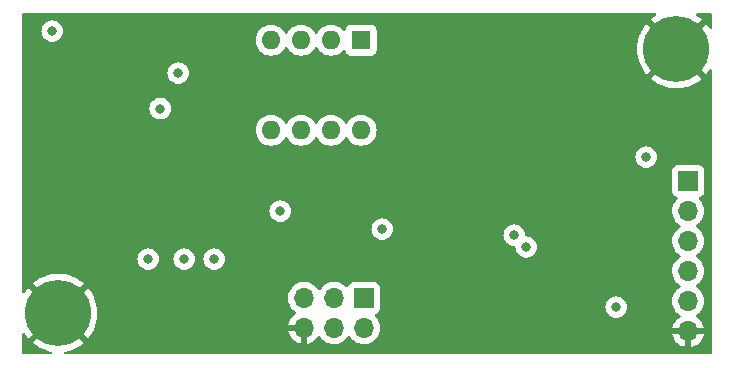
<source format=gbr>
%TF.GenerationSoftware,KiCad,Pcbnew,(6.0.1)*%
%TF.CreationDate,2022-03-15T19:28:32-04:00*%
%TF.ProjectId,WiFi-Board,57694669-2d42-46f6-9172-642e6b696361,rev?*%
%TF.SameCoordinates,Original*%
%TF.FileFunction,Copper,L3,Inr*%
%TF.FilePolarity,Positive*%
%FSLAX46Y46*%
G04 Gerber Fmt 4.6, Leading zero omitted, Abs format (unit mm)*
G04 Created by KiCad (PCBNEW (6.0.1)) date 2022-03-15 19:28:32*
%MOMM*%
%LPD*%
G01*
G04 APERTURE LIST*
%TA.AperFunction,ComponentPad*%
%ADD10R,1.700000X1.700000*%
%TD*%
%TA.AperFunction,ComponentPad*%
%ADD11O,1.700000X1.700000*%
%TD*%
%TA.AperFunction,ComponentPad*%
%ADD12C,5.600000*%
%TD*%
%TA.AperFunction,ComponentPad*%
%ADD13R,1.600000X1.600000*%
%TD*%
%TA.AperFunction,ComponentPad*%
%ADD14O,1.600000X1.600000*%
%TD*%
%TA.AperFunction,ViaPad*%
%ADD15C,0.800000*%
%TD*%
G04 APERTURE END LIST*
D10*
%TO.N,Net-(J1-Pad1)*%
%TO.C,J1*%
X130033000Y-124709000D03*
D11*
%TO.N,+3V3*%
X130033000Y-127249000D03*
%TO.N,unconnected-(J1-Pad3)*%
X127493000Y-124709000D03*
%TO.N,unconnected-(J1-Pad4)*%
X127493000Y-127249000D03*
%TO.N,unconnected-(J1-Pad5)*%
X124953000Y-124709000D03*
%TO.N,GND*%
X124953000Y-127249000D03*
%TD*%
D12*
%TO.N,GND*%
%TO.C,REF\u002A\u002A*%
X104140000Y-125984000D03*
%TD*%
%TO.N,GND*%
%TO.C,REF\u002A\u002A*%
X156464000Y-103632000D03*
%TD*%
D13*
%TO.N,/SW1*%
%TO.C,SW1*%
X129784000Y-102880000D03*
D14*
%TO.N,/SW2*%
X127244000Y-102880000D03*
%TO.N,/SW3*%
X124704000Y-102880000D03*
%TO.N,/SW4*%
X122164000Y-102880000D03*
%TO.N,Net-(R4-Pad2)*%
X122164000Y-110500000D03*
X124704000Y-110500000D03*
X127244000Y-110500000D03*
X129784000Y-110500000D03*
%TD*%
D10*
%TO.N,+3V3*%
%TO.C,J2*%
X157480000Y-114808000D03*
D11*
%TO.N,/MISO*%
X157480000Y-117348000D03*
%TO.N,/MOSI*%
X157480000Y-119888000D03*
%TO.N,/SCK*%
X157480000Y-122428000D03*
%TO.N,/~{SS}*%
X157480000Y-124968000D03*
%TO.N,GND*%
X157480000Y-127508000D03*
%TD*%
D15*
%TO.N,+3V3*%
X151384000Y-125476000D03*
X111760000Y-121412000D03*
X122936000Y-117348000D03*
X131572000Y-118872000D03*
X117348000Y-121412000D03*
X103632000Y-102108000D03*
X114808000Y-121412000D03*
%TO.N,GND*%
X115824000Y-116332000D03*
X102108000Y-102108000D03*
X132080000Y-117348000D03*
%TO.N,/MISO*%
X153924000Y-112776000D03*
%TO.N,/CTS*%
X142748000Y-119380000D03*
%TO.N,/RTS*%
X143764000Y-120396000D03*
%TO.N,/UART2*%
X114300000Y-105664000D03*
%TO.N,/UART1*%
X112776000Y-108677313D03*
%TD*%
%TA.AperFunction,Conductor*%
%TO.N,GND*%
G36*
X154727504Y-100604002D02*
G01*
X154773997Y-100657658D01*
X154784101Y-100727932D01*
X154754607Y-100792512D01*
X154724089Y-100818116D01*
X154614401Y-100883763D01*
X154608755Y-100887571D01*
X154328408Y-101099596D01*
X154323211Y-101103987D01*
X154321972Y-101105155D01*
X154313950Y-101118862D01*
X154313986Y-101119704D01*
X154319037Y-101127826D01*
X156451190Y-103259980D01*
X156465131Y-103267592D01*
X156466966Y-103267461D01*
X156473580Y-103263210D01*
X158606798Y-101129991D01*
X158614412Y-101116047D01*
X158614344Y-101115089D01*
X158609836Y-101108272D01*
X158608418Y-101107065D01*
X158328813Y-100894064D01*
X158323187Y-100890240D01*
X158203251Y-100817890D01*
X158155253Y-100765576D01*
X158143158Y-100695617D01*
X158170805Y-100630225D01*
X158229417Y-100590161D01*
X158268334Y-100584000D01*
X159366000Y-100584000D01*
X159434121Y-100604002D01*
X159480614Y-100657658D01*
X159492000Y-100710000D01*
X159492000Y-101793061D01*
X159471998Y-101861182D01*
X159418342Y-101907675D01*
X159348068Y-101917779D01*
X159283488Y-101888285D01*
X159261664Y-101863702D01*
X159104697Y-101631863D01*
X159100590Y-101626453D01*
X158987565Y-101493179D01*
X158974740Y-101484743D01*
X158964416Y-101490795D01*
X156836020Y-103619190D01*
X156828408Y-103633131D01*
X156828539Y-103634966D01*
X156832790Y-103641580D01*
X158963009Y-105771798D01*
X158976605Y-105779223D01*
X158986218Y-105772522D01*
X159086518Y-105655912D01*
X159090676Y-105650514D01*
X159262160Y-105401002D01*
X159317228Y-105356191D01*
X159387781Y-105348266D01*
X159451419Y-105379742D01*
X159487936Y-105440627D01*
X159492000Y-105472369D01*
X159492000Y-129366000D01*
X159471998Y-129434121D01*
X159418342Y-129480614D01*
X159366000Y-129492000D01*
X104746571Y-129492000D01*
X104678450Y-129471998D01*
X104631957Y-129418342D01*
X104621853Y-129348068D01*
X104651347Y-129283488D01*
X104711073Y-129245104D01*
X104720159Y-129242799D01*
X105005274Y-129181676D01*
X105011822Y-129179897D01*
X105345549Y-129069527D01*
X105351891Y-129067041D01*
X105671718Y-128921288D01*
X105677777Y-128918121D01*
X105979995Y-128738676D01*
X105985659Y-128734884D01*
X106266732Y-128523849D01*
X106271958Y-128519464D01*
X106281613Y-128510428D01*
X106289682Y-128496750D01*
X106289654Y-128496024D01*
X106284512Y-128487723D01*
X104152810Y-126356020D01*
X104138869Y-126348408D01*
X104137034Y-126348539D01*
X104130420Y-126352790D01*
X101996774Y-128486437D01*
X101989160Y-128500381D01*
X101989237Y-128501470D01*
X101991698Y-128505206D01*
X102265632Y-128715404D01*
X102271262Y-128719259D01*
X102571591Y-128901862D01*
X102577593Y-128905080D01*
X102895897Y-129054184D01*
X102902202Y-129056732D01*
X103234743Y-129170587D01*
X103241313Y-129172446D01*
X103554758Y-129243083D01*
X103616815Y-129277571D01*
X103650375Y-129340136D01*
X103644782Y-129410912D01*
X103601813Y-129467428D01*
X103535109Y-129491742D01*
X103527058Y-129492000D01*
X101218000Y-129492000D01*
X101149879Y-129471998D01*
X101103386Y-129418342D01*
X101092000Y-129366000D01*
X101092000Y-127792561D01*
X101112002Y-127724440D01*
X101165658Y-127677947D01*
X101235932Y-127667843D01*
X101300512Y-127697337D01*
X101322581Y-127722285D01*
X101492320Y-127974883D01*
X101496433Y-127980340D01*
X101616425Y-128122836D01*
X101629164Y-128131279D01*
X101639608Y-128125181D01*
X103767980Y-125996810D01*
X103774357Y-125985131D01*
X104504408Y-125985131D01*
X104504539Y-125986966D01*
X104508790Y-125993580D01*
X106639009Y-128123798D01*
X106652605Y-128131223D01*
X106662218Y-128124522D01*
X106762518Y-128007912D01*
X106766676Y-128002514D01*
X106965762Y-127712840D01*
X106969310Y-127707029D01*
X107071648Y-127516966D01*
X123621257Y-127516966D01*
X123651565Y-127651446D01*
X123654645Y-127661275D01*
X123734770Y-127858603D01*
X123739413Y-127867794D01*
X123850694Y-128049388D01*
X123856777Y-128057699D01*
X123996213Y-128218667D01*
X124003580Y-128225883D01*
X124167434Y-128361916D01*
X124175881Y-128367831D01*
X124359756Y-128475279D01*
X124369042Y-128479729D01*
X124568001Y-128555703D01*
X124577899Y-128558579D01*
X124681250Y-128579606D01*
X124695299Y-128578410D01*
X124699000Y-128568065D01*
X124699000Y-127521115D01*
X124694525Y-127505876D01*
X124693135Y-127504671D01*
X124685452Y-127503000D01*
X123636225Y-127503000D01*
X123622694Y-127506973D01*
X123621257Y-127516966D01*
X107071648Y-127516966D01*
X107135942Y-127397559D01*
X107138849Y-127391381D01*
X107271090Y-127065713D01*
X107273304Y-127059283D01*
X107369598Y-126721237D01*
X107371105Y-126714607D01*
X107430332Y-126368118D01*
X107431112Y-126361378D01*
X107452668Y-126008925D01*
X107452784Y-126005323D01*
X107452853Y-125985819D01*
X107452761Y-125982194D01*
X107433666Y-125629615D01*
X107432931Y-125622849D01*
X107376130Y-125275985D01*
X107374663Y-125269313D01*
X107280736Y-124930627D01*
X107278562Y-124924163D01*
X107179685Y-124675695D01*
X123590251Y-124675695D01*
X123590548Y-124680848D01*
X123590548Y-124680851D01*
X123591004Y-124688763D01*
X123603110Y-124898715D01*
X123604247Y-124903761D01*
X123604248Y-124903767D01*
X123628304Y-125010508D01*
X123652222Y-125116639D01*
X123736266Y-125323616D01*
X123773685Y-125384678D01*
X123850291Y-125509688D01*
X123852987Y-125514088D01*
X123999250Y-125682938D01*
X124171126Y-125825632D01*
X124221618Y-125855137D01*
X124244955Y-125868774D01*
X124293679Y-125920412D01*
X124306750Y-125990195D01*
X124280019Y-126055967D01*
X124239562Y-126089327D01*
X124231457Y-126093546D01*
X124222738Y-126099036D01*
X124052433Y-126226905D01*
X124044726Y-126233748D01*
X123897590Y-126387717D01*
X123891104Y-126395727D01*
X123771098Y-126571649D01*
X123766000Y-126580623D01*
X123676338Y-126773783D01*
X123672775Y-126783470D01*
X123617389Y-126983183D01*
X123618912Y-126991607D01*
X123631292Y-126995000D01*
X125081000Y-126995000D01*
X125149121Y-127015002D01*
X125195614Y-127068658D01*
X125207000Y-127121000D01*
X125207000Y-128567517D01*
X125211064Y-128581359D01*
X125224478Y-128583393D01*
X125231184Y-128582534D01*
X125241262Y-128580392D01*
X125445255Y-128519191D01*
X125454842Y-128515433D01*
X125646095Y-128421739D01*
X125654945Y-128416464D01*
X125828328Y-128292792D01*
X125836200Y-128286139D01*
X125987052Y-128135812D01*
X125993730Y-128127965D01*
X126121022Y-127950819D01*
X126122279Y-127951722D01*
X126169373Y-127908362D01*
X126239311Y-127896145D01*
X126304751Y-127923678D01*
X126332579Y-127955511D01*
X126392987Y-128054088D01*
X126539250Y-128222938D01*
X126711126Y-128365632D01*
X126904000Y-128478338D01*
X126908825Y-128480180D01*
X126908826Y-128480181D01*
X126974360Y-128505206D01*
X127112692Y-128558030D01*
X127117760Y-128559061D01*
X127117763Y-128559062D01*
X127212862Y-128578410D01*
X127331597Y-128602567D01*
X127336772Y-128602757D01*
X127336774Y-128602757D01*
X127549673Y-128610564D01*
X127549677Y-128610564D01*
X127554837Y-128610753D01*
X127559957Y-128610097D01*
X127559959Y-128610097D01*
X127771288Y-128583025D01*
X127771289Y-128583025D01*
X127776416Y-128582368D01*
X127781366Y-128580883D01*
X127985429Y-128519661D01*
X127985434Y-128519659D01*
X127990384Y-128518174D01*
X128190994Y-128419896D01*
X128372860Y-128290173D01*
X128531096Y-128132489D01*
X128538033Y-128122836D01*
X128661453Y-127951077D01*
X128662776Y-127952028D01*
X128709645Y-127908857D01*
X128779580Y-127896625D01*
X128845026Y-127924144D01*
X128872875Y-127955994D01*
X128932987Y-128054088D01*
X129079250Y-128222938D01*
X129251126Y-128365632D01*
X129444000Y-128478338D01*
X129448825Y-128480180D01*
X129448826Y-128480181D01*
X129514360Y-128505206D01*
X129652692Y-128558030D01*
X129657760Y-128559061D01*
X129657763Y-128559062D01*
X129752862Y-128578410D01*
X129871597Y-128602567D01*
X129876772Y-128602757D01*
X129876774Y-128602757D01*
X130089673Y-128610564D01*
X130089677Y-128610564D01*
X130094837Y-128610753D01*
X130099957Y-128610097D01*
X130099959Y-128610097D01*
X130311288Y-128583025D01*
X130311289Y-128583025D01*
X130316416Y-128582368D01*
X130321366Y-128580883D01*
X130525429Y-128519661D01*
X130525434Y-128519659D01*
X130530384Y-128518174D01*
X130730994Y-128419896D01*
X130912860Y-128290173D01*
X131071096Y-128132489D01*
X131078033Y-128122836D01*
X131198435Y-127955277D01*
X131201453Y-127951077D01*
X131214995Y-127923678D01*
X131287998Y-127775966D01*
X156148257Y-127775966D01*
X156178565Y-127910446D01*
X156181645Y-127920275D01*
X156261770Y-128117603D01*
X156266413Y-128126794D01*
X156377694Y-128308388D01*
X156383777Y-128316699D01*
X156523213Y-128477667D01*
X156530580Y-128484883D01*
X156694434Y-128620916D01*
X156702881Y-128626831D01*
X156886756Y-128734279D01*
X156896042Y-128738729D01*
X157095001Y-128814703D01*
X157104899Y-128817579D01*
X157208250Y-128838606D01*
X157222299Y-128837410D01*
X157226000Y-128827065D01*
X157226000Y-128826517D01*
X157734000Y-128826517D01*
X157738064Y-128840359D01*
X157751478Y-128842393D01*
X157758184Y-128841534D01*
X157768262Y-128839392D01*
X157972255Y-128778191D01*
X157981842Y-128774433D01*
X158173095Y-128680739D01*
X158181945Y-128675464D01*
X158355328Y-128551792D01*
X158363200Y-128545139D01*
X158514052Y-128394812D01*
X158520730Y-128386965D01*
X158645003Y-128214020D01*
X158650313Y-128205183D01*
X158744670Y-128014267D01*
X158748469Y-128004672D01*
X158810377Y-127800910D01*
X158812555Y-127790837D01*
X158813986Y-127779962D01*
X158811775Y-127765778D01*
X158798617Y-127762000D01*
X157752115Y-127762000D01*
X157736876Y-127766475D01*
X157735671Y-127767865D01*
X157734000Y-127775548D01*
X157734000Y-128826517D01*
X157226000Y-128826517D01*
X157226000Y-127780115D01*
X157221525Y-127764876D01*
X157220135Y-127763671D01*
X157212452Y-127762000D01*
X156163225Y-127762000D01*
X156149694Y-127765973D01*
X156148257Y-127775966D01*
X131287998Y-127775966D01*
X131298136Y-127755453D01*
X131298137Y-127755451D01*
X131300430Y-127750811D01*
X131365370Y-127537069D01*
X131394529Y-127315590D01*
X131396156Y-127249000D01*
X131377852Y-127026361D01*
X131323431Y-126809702D01*
X131234354Y-126604840D01*
X131176389Y-126515240D01*
X131115822Y-126421617D01*
X131115820Y-126421614D01*
X131113014Y-126417277D01*
X131093405Y-126395727D01*
X130965798Y-126255488D01*
X130934746Y-126191642D01*
X130943141Y-126121143D01*
X130988317Y-126066375D01*
X131014761Y-126052706D01*
X131121297Y-126012767D01*
X131129705Y-126009615D01*
X131246261Y-125922261D01*
X131333615Y-125805705D01*
X131384745Y-125669316D01*
X131391500Y-125607134D01*
X131391500Y-125476000D01*
X150470496Y-125476000D01*
X150471186Y-125482565D01*
X150489440Y-125656238D01*
X150490458Y-125665928D01*
X150549473Y-125847556D01*
X150552776Y-125853278D01*
X150552777Y-125853279D01*
X150582359Y-125904516D01*
X150644960Y-126012944D01*
X150649378Y-126017851D01*
X150649379Y-126017852D01*
X150768325Y-126149955D01*
X150772747Y-126154866D01*
X150871384Y-126226530D01*
X150911767Y-126255870D01*
X150927248Y-126267118D01*
X150933276Y-126269802D01*
X150933278Y-126269803D01*
X151004175Y-126301368D01*
X151101712Y-126344794D01*
X151195113Y-126364647D01*
X151282056Y-126383128D01*
X151282061Y-126383128D01*
X151288513Y-126384500D01*
X151479487Y-126384500D01*
X151485939Y-126383128D01*
X151485944Y-126383128D01*
X151572887Y-126364647D01*
X151666288Y-126344794D01*
X151763825Y-126301368D01*
X151834722Y-126269803D01*
X151834724Y-126269802D01*
X151840752Y-126267118D01*
X151856234Y-126255870D01*
X151896616Y-126226530D01*
X151995253Y-126154866D01*
X151999675Y-126149955D01*
X152118621Y-126017852D01*
X152118622Y-126017851D01*
X152123040Y-126012944D01*
X152185641Y-125904516D01*
X152215223Y-125853279D01*
X152215224Y-125853278D01*
X152218527Y-125847556D01*
X152277542Y-125665928D01*
X152278561Y-125656238D01*
X152296814Y-125482565D01*
X152297504Y-125476000D01*
X152277542Y-125286072D01*
X152218527Y-125104444D01*
X152123040Y-124939056D01*
X152119113Y-124934695D01*
X156117251Y-124934695D01*
X156117548Y-124939848D01*
X156117548Y-124939851D01*
X156123011Y-125034590D01*
X156130110Y-125157715D01*
X156131247Y-125162761D01*
X156131248Y-125162767D01*
X156138891Y-125196680D01*
X156179222Y-125375639D01*
X156263266Y-125582616D01*
X156265965Y-125587020D01*
X156365945Y-125750173D01*
X156379987Y-125773088D01*
X156526250Y-125941938D01*
X156698126Y-126084632D01*
X156747696Y-126113598D01*
X156771955Y-126127774D01*
X156820679Y-126179412D01*
X156833750Y-126249195D01*
X156807019Y-126314967D01*
X156766562Y-126348327D01*
X156758457Y-126352546D01*
X156749738Y-126358036D01*
X156579433Y-126485905D01*
X156571726Y-126492748D01*
X156424590Y-126646717D01*
X156418104Y-126654727D01*
X156298098Y-126830649D01*
X156293000Y-126839623D01*
X156203338Y-127032783D01*
X156199775Y-127042470D01*
X156144389Y-127242183D01*
X156145912Y-127250607D01*
X156158292Y-127254000D01*
X158798344Y-127254000D01*
X158811875Y-127250027D01*
X158813180Y-127240947D01*
X158771214Y-127073875D01*
X158767894Y-127064124D01*
X158682972Y-126868814D01*
X158678105Y-126859739D01*
X158562426Y-126680926D01*
X158556136Y-126672757D01*
X158412806Y-126515240D01*
X158405273Y-126508215D01*
X158238139Y-126376222D01*
X158229556Y-126370520D01*
X158192602Y-126350120D01*
X158142631Y-126299687D01*
X158127859Y-126230245D01*
X158152975Y-126163839D01*
X158180327Y-126137232D01*
X158234470Y-126098612D01*
X158359860Y-126009173D01*
X158363724Y-126005323D01*
X158464883Y-125904516D01*
X158518096Y-125851489D01*
X158577594Y-125768689D01*
X158645435Y-125674277D01*
X158648453Y-125670077D01*
X158662172Y-125642320D01*
X158745136Y-125474453D01*
X158745137Y-125474451D01*
X158747430Y-125469811D01*
X158812370Y-125256069D01*
X158841529Y-125034590D01*
X158843156Y-124968000D01*
X158824852Y-124745361D01*
X158770431Y-124528702D01*
X158681354Y-124323840D01*
X158605033Y-124205866D01*
X158562822Y-124140617D01*
X158562820Y-124140614D01*
X158560014Y-124136277D01*
X158409670Y-123971051D01*
X158405619Y-123967852D01*
X158405615Y-123967848D01*
X158238414Y-123835800D01*
X158238410Y-123835798D01*
X158234359Y-123832598D01*
X158193053Y-123809796D01*
X158143084Y-123759364D01*
X158128312Y-123689921D01*
X158153428Y-123623516D01*
X158180780Y-123596909D01*
X158242173Y-123553118D01*
X158359860Y-123469173D01*
X158365140Y-123463912D01*
X158476640Y-123352800D01*
X158518096Y-123311489D01*
X158577594Y-123228689D01*
X158645435Y-123134277D01*
X158648453Y-123130077D01*
X158682751Y-123060681D01*
X158745136Y-122934453D01*
X158745137Y-122934451D01*
X158747430Y-122929811D01*
X158812370Y-122716069D01*
X158841529Y-122494590D01*
X158843156Y-122428000D01*
X158824852Y-122205361D01*
X158770431Y-121988702D01*
X158681354Y-121783840D01*
X158641906Y-121722862D01*
X158562822Y-121600617D01*
X158562820Y-121600614D01*
X158560014Y-121596277D01*
X158409670Y-121431051D01*
X158405619Y-121427852D01*
X158405615Y-121427848D01*
X158238414Y-121295800D01*
X158238410Y-121295798D01*
X158234359Y-121292598D01*
X158193053Y-121269796D01*
X158143084Y-121219364D01*
X158128312Y-121149921D01*
X158153428Y-121083516D01*
X158180780Y-121056909D01*
X158224603Y-121025650D01*
X158359860Y-120929173D01*
X158408429Y-120880774D01*
X158514435Y-120775137D01*
X158518096Y-120771489D01*
X158577594Y-120688689D01*
X158645435Y-120594277D01*
X158648453Y-120590077D01*
X158741738Y-120401329D01*
X158745136Y-120394453D01*
X158745137Y-120394451D01*
X158747430Y-120389811D01*
X158812370Y-120176069D01*
X158841529Y-119954590D01*
X158843156Y-119888000D01*
X158824852Y-119665361D01*
X158770431Y-119448702D01*
X158681354Y-119243840D01*
X158641906Y-119182862D01*
X158562822Y-119060617D01*
X158562820Y-119060614D01*
X158560014Y-119056277D01*
X158409670Y-118891051D01*
X158405619Y-118887852D01*
X158405615Y-118887848D01*
X158238414Y-118755800D01*
X158238410Y-118755798D01*
X158234359Y-118752598D01*
X158193053Y-118729796D01*
X158143084Y-118679364D01*
X158128312Y-118609921D01*
X158153428Y-118543516D01*
X158180780Y-118516909D01*
X158244441Y-118471500D01*
X158359860Y-118389173D01*
X158408429Y-118340774D01*
X158514435Y-118235137D01*
X158518096Y-118231489D01*
X158527670Y-118218166D01*
X158645435Y-118054277D01*
X158648453Y-118050077D01*
X158658006Y-118030749D01*
X158745136Y-117854453D01*
X158745137Y-117854451D01*
X158747430Y-117849811D01*
X158812370Y-117636069D01*
X158841529Y-117414590D01*
X158843156Y-117348000D01*
X158824852Y-117125361D01*
X158770431Y-116908702D01*
X158681354Y-116703840D01*
X158641906Y-116642862D01*
X158562822Y-116520617D01*
X158562820Y-116520614D01*
X158560014Y-116516277D01*
X158556532Y-116512450D01*
X158412798Y-116354488D01*
X158381746Y-116290642D01*
X158390141Y-116220143D01*
X158435317Y-116165375D01*
X158461761Y-116151706D01*
X158568297Y-116111767D01*
X158576705Y-116108615D01*
X158693261Y-116021261D01*
X158780615Y-115904705D01*
X158831745Y-115768316D01*
X158838500Y-115706134D01*
X158838500Y-113909866D01*
X158831745Y-113847684D01*
X158780615Y-113711295D01*
X158693261Y-113594739D01*
X158576705Y-113507385D01*
X158440316Y-113456255D01*
X158384440Y-113450185D01*
X158381531Y-113449869D01*
X158378134Y-113449500D01*
X156581866Y-113449500D01*
X156578469Y-113449869D01*
X156575560Y-113450185D01*
X156519684Y-113456255D01*
X156383295Y-113507385D01*
X156266739Y-113594739D01*
X156179385Y-113711295D01*
X156128255Y-113847684D01*
X156121500Y-113909866D01*
X156121500Y-115706134D01*
X156128255Y-115768316D01*
X156179385Y-115904705D01*
X156266739Y-116021261D01*
X156383295Y-116108615D01*
X156391704Y-116111767D01*
X156391705Y-116111768D01*
X156500451Y-116152535D01*
X156557216Y-116195176D01*
X156581916Y-116261738D01*
X156566709Y-116331087D01*
X156547316Y-116357568D01*
X156420629Y-116490138D01*
X156294743Y-116674680D01*
X156200688Y-116877305D01*
X156140989Y-117092570D01*
X156117251Y-117314695D01*
X156117548Y-117319848D01*
X156117548Y-117319851D01*
X156123011Y-117414590D01*
X156130110Y-117537715D01*
X156131247Y-117542761D01*
X156131248Y-117542767D01*
X156151119Y-117630939D01*
X156179222Y-117755639D01*
X156263266Y-117962616D01*
X156265965Y-117967020D01*
X156373072Y-118141803D01*
X156379987Y-118153088D01*
X156526250Y-118321938D01*
X156698126Y-118464632D01*
X156759411Y-118500444D01*
X156771445Y-118507476D01*
X156820169Y-118559114D01*
X156833240Y-118628897D01*
X156806509Y-118694669D01*
X156766055Y-118728027D01*
X156753607Y-118734507D01*
X156749474Y-118737610D01*
X156749471Y-118737612D01*
X156609033Y-118843056D01*
X156574965Y-118868635D01*
X156420629Y-119030138D01*
X156294743Y-119214680D01*
X156279003Y-119248590D01*
X156221052Y-119373435D01*
X156200688Y-119417305D01*
X156140989Y-119632570D01*
X156117251Y-119854695D01*
X156117548Y-119859848D01*
X156117548Y-119859851D01*
X156123011Y-119954590D01*
X156130110Y-120077715D01*
X156131247Y-120082761D01*
X156131248Y-120082767D01*
X156151765Y-120173803D01*
X156179222Y-120295639D01*
X156263266Y-120502616D01*
X156265965Y-120507020D01*
X156338118Y-120624763D01*
X156379987Y-120693088D01*
X156526250Y-120861938D01*
X156698126Y-121004632D01*
X156759411Y-121040444D01*
X156771445Y-121047476D01*
X156820169Y-121099114D01*
X156833240Y-121168897D01*
X156806509Y-121234669D01*
X156766055Y-121268027D01*
X156753607Y-121274507D01*
X156749474Y-121277610D01*
X156749471Y-121277612D01*
X156725247Y-121295800D01*
X156574965Y-121408635D01*
X156420629Y-121570138D01*
X156294743Y-121754680D01*
X156200688Y-121957305D01*
X156140989Y-122172570D01*
X156117251Y-122394695D01*
X156117548Y-122399848D01*
X156117548Y-122399851D01*
X156123011Y-122494590D01*
X156130110Y-122617715D01*
X156131247Y-122622761D01*
X156131248Y-122622767D01*
X156153392Y-122721023D01*
X156179222Y-122835639D01*
X156263266Y-123042616D01*
X156379987Y-123233088D01*
X156526250Y-123401938D01*
X156698126Y-123544632D01*
X156747696Y-123573598D01*
X156771445Y-123587476D01*
X156820169Y-123639114D01*
X156833240Y-123708897D01*
X156806509Y-123774669D01*
X156766055Y-123808027D01*
X156753607Y-123814507D01*
X156749474Y-123817610D01*
X156749471Y-123817612D01*
X156579100Y-123945530D01*
X156574965Y-123948635D01*
X156571393Y-123952373D01*
X156466830Y-124061792D01*
X156420629Y-124110138D01*
X156294743Y-124294680D01*
X156279003Y-124328590D01*
X156218605Y-124458707D01*
X156200688Y-124497305D01*
X156140989Y-124712570D01*
X156117251Y-124934695D01*
X152119113Y-124934695D01*
X151995253Y-124797134D01*
X151840752Y-124684882D01*
X151834724Y-124682198D01*
X151834722Y-124682197D01*
X151672319Y-124609891D01*
X151672318Y-124609891D01*
X151666288Y-124607206D01*
X151572888Y-124587353D01*
X151485944Y-124568872D01*
X151485939Y-124568872D01*
X151479487Y-124567500D01*
X151288513Y-124567500D01*
X151282061Y-124568872D01*
X151282056Y-124568872D01*
X151195112Y-124587353D01*
X151101712Y-124607206D01*
X151095682Y-124609891D01*
X151095681Y-124609891D01*
X150933278Y-124682197D01*
X150933276Y-124682198D01*
X150927248Y-124684882D01*
X150772747Y-124797134D01*
X150644960Y-124939056D01*
X150549473Y-125104444D01*
X150490458Y-125286072D01*
X150470496Y-125476000D01*
X131391500Y-125476000D01*
X131391500Y-123810866D01*
X131384745Y-123748684D01*
X131333615Y-123612295D01*
X131246261Y-123495739D01*
X131129705Y-123408385D01*
X130993316Y-123357255D01*
X130931134Y-123350500D01*
X129134866Y-123350500D01*
X129072684Y-123357255D01*
X128936295Y-123408385D01*
X128819739Y-123495739D01*
X128732385Y-123612295D01*
X128729233Y-123620703D01*
X128687919Y-123730907D01*
X128645277Y-123787671D01*
X128578716Y-123812371D01*
X128509367Y-123797163D01*
X128476743Y-123771476D01*
X128426151Y-123715875D01*
X128426142Y-123715866D01*
X128422670Y-123712051D01*
X128418619Y-123708852D01*
X128418615Y-123708848D01*
X128251414Y-123576800D01*
X128251410Y-123576798D01*
X128247359Y-123573598D01*
X128051789Y-123465638D01*
X128046920Y-123463914D01*
X128046916Y-123463912D01*
X127846087Y-123392795D01*
X127846083Y-123392794D01*
X127841212Y-123391069D01*
X127836119Y-123390162D01*
X127836116Y-123390161D01*
X127626373Y-123352800D01*
X127626367Y-123352799D01*
X127621284Y-123351894D01*
X127547452Y-123350992D01*
X127403081Y-123349228D01*
X127403079Y-123349228D01*
X127397911Y-123349165D01*
X127177091Y-123382955D01*
X126964756Y-123452357D01*
X126936456Y-123467089D01*
X126787498Y-123544632D01*
X126766607Y-123555507D01*
X126762474Y-123558610D01*
X126762471Y-123558612D01*
X126592100Y-123686530D01*
X126587965Y-123689635D01*
X126554515Y-123724638D01*
X126439324Y-123845179D01*
X126433629Y-123851138D01*
X126326201Y-124008621D01*
X126271293Y-124053621D01*
X126200768Y-124061792D01*
X126137021Y-124030538D01*
X126116324Y-124006054D01*
X126035822Y-123881617D01*
X126035820Y-123881614D01*
X126033014Y-123877277D01*
X125882670Y-123712051D01*
X125878619Y-123708852D01*
X125878615Y-123708848D01*
X125711414Y-123576800D01*
X125711410Y-123576798D01*
X125707359Y-123573598D01*
X125511789Y-123465638D01*
X125506920Y-123463914D01*
X125506916Y-123463912D01*
X125306087Y-123392795D01*
X125306083Y-123392794D01*
X125301212Y-123391069D01*
X125296119Y-123390162D01*
X125296116Y-123390161D01*
X125086373Y-123352800D01*
X125086367Y-123352799D01*
X125081284Y-123351894D01*
X125007452Y-123350992D01*
X124863081Y-123349228D01*
X124863079Y-123349228D01*
X124857911Y-123349165D01*
X124637091Y-123382955D01*
X124424756Y-123452357D01*
X124396456Y-123467089D01*
X124247498Y-123544632D01*
X124226607Y-123555507D01*
X124222474Y-123558610D01*
X124222471Y-123558612D01*
X124052100Y-123686530D01*
X124047965Y-123689635D01*
X124014515Y-123724638D01*
X123899324Y-123845179D01*
X123893629Y-123851138D01*
X123767743Y-124035680D01*
X123722821Y-124132457D01*
X123688746Y-124205866D01*
X123673688Y-124238305D01*
X123613989Y-124453570D01*
X123590251Y-124675695D01*
X107179685Y-124675695D01*
X107148598Y-124597578D01*
X107145742Y-124591398D01*
X106981269Y-124280763D01*
X106977769Y-124274937D01*
X106780697Y-123983862D01*
X106776590Y-123978453D01*
X106663565Y-123845179D01*
X106650740Y-123836743D01*
X106640416Y-123842795D01*
X104512020Y-125971190D01*
X104504408Y-125985131D01*
X103774357Y-125985131D01*
X103775592Y-125982869D01*
X103775461Y-125981034D01*
X103771210Y-125974420D01*
X101640992Y-123844203D01*
X101627455Y-123836811D01*
X101617753Y-123843599D01*
X101510430Y-123969257D01*
X101506296Y-123974664D01*
X101322089Y-124244703D01*
X101267177Y-124289706D01*
X101196653Y-124297877D01*
X101132905Y-124266623D01*
X101096175Y-124205866D01*
X101092000Y-124173699D01*
X101092000Y-123470862D01*
X101989950Y-123470862D01*
X101989986Y-123471704D01*
X101995037Y-123479826D01*
X104127190Y-125611980D01*
X104141131Y-125619592D01*
X104142966Y-125619461D01*
X104149580Y-125615210D01*
X106282798Y-123481991D01*
X106290412Y-123468047D01*
X106290344Y-123467089D01*
X106285836Y-123460272D01*
X106284418Y-123459065D01*
X106004813Y-123246064D01*
X105999187Y-123242240D01*
X105698214Y-123060681D01*
X105692202Y-123057484D01*
X105373370Y-122909487D01*
X105367070Y-122906967D01*
X105034129Y-122794273D01*
X105027551Y-122792437D01*
X104684417Y-122716367D01*
X104677678Y-122715251D01*
X104328310Y-122676680D01*
X104321529Y-122676301D01*
X103970015Y-122675687D01*
X103963242Y-122676042D01*
X103613720Y-122713395D01*
X103607010Y-122714482D01*
X103263586Y-122789361D01*
X103257011Y-122791172D01*
X102923683Y-122902702D01*
X102917361Y-122905205D01*
X102598034Y-123052079D01*
X102591991Y-123055265D01*
X102290401Y-123235763D01*
X102284755Y-123239571D01*
X102004408Y-123451596D01*
X101999211Y-123455987D01*
X101997972Y-123457155D01*
X101989950Y-123470862D01*
X101092000Y-123470862D01*
X101092000Y-121412000D01*
X110846496Y-121412000D01*
X110847186Y-121418565D01*
X110865463Y-121592457D01*
X110866458Y-121601928D01*
X110925473Y-121783556D01*
X111020960Y-121948944D01*
X111148747Y-122090866D01*
X111303248Y-122203118D01*
X111309276Y-122205802D01*
X111309278Y-122205803D01*
X111471681Y-122278109D01*
X111477712Y-122280794D01*
X111571113Y-122300647D01*
X111658056Y-122319128D01*
X111658061Y-122319128D01*
X111664513Y-122320500D01*
X111855487Y-122320500D01*
X111861939Y-122319128D01*
X111861944Y-122319128D01*
X111948887Y-122300647D01*
X112042288Y-122280794D01*
X112048319Y-122278109D01*
X112210722Y-122205803D01*
X112210724Y-122205802D01*
X112216752Y-122203118D01*
X112371253Y-122090866D01*
X112499040Y-121948944D01*
X112594527Y-121783556D01*
X112653542Y-121601928D01*
X112654538Y-121592457D01*
X112672814Y-121418565D01*
X112673504Y-121412000D01*
X113894496Y-121412000D01*
X113895186Y-121418565D01*
X113913463Y-121592457D01*
X113914458Y-121601928D01*
X113973473Y-121783556D01*
X114068960Y-121948944D01*
X114196747Y-122090866D01*
X114351248Y-122203118D01*
X114357276Y-122205802D01*
X114357278Y-122205803D01*
X114519681Y-122278109D01*
X114525712Y-122280794D01*
X114619113Y-122300647D01*
X114706056Y-122319128D01*
X114706061Y-122319128D01*
X114712513Y-122320500D01*
X114903487Y-122320500D01*
X114909939Y-122319128D01*
X114909944Y-122319128D01*
X114996887Y-122300647D01*
X115090288Y-122280794D01*
X115096319Y-122278109D01*
X115258722Y-122205803D01*
X115258724Y-122205802D01*
X115264752Y-122203118D01*
X115419253Y-122090866D01*
X115547040Y-121948944D01*
X115642527Y-121783556D01*
X115701542Y-121601928D01*
X115702538Y-121592457D01*
X115720814Y-121418565D01*
X115721504Y-121412000D01*
X116434496Y-121412000D01*
X116435186Y-121418565D01*
X116453463Y-121592457D01*
X116454458Y-121601928D01*
X116513473Y-121783556D01*
X116608960Y-121948944D01*
X116736747Y-122090866D01*
X116891248Y-122203118D01*
X116897276Y-122205802D01*
X116897278Y-122205803D01*
X117059681Y-122278109D01*
X117065712Y-122280794D01*
X117159113Y-122300647D01*
X117246056Y-122319128D01*
X117246061Y-122319128D01*
X117252513Y-122320500D01*
X117443487Y-122320500D01*
X117449939Y-122319128D01*
X117449944Y-122319128D01*
X117536887Y-122300647D01*
X117630288Y-122280794D01*
X117636319Y-122278109D01*
X117798722Y-122205803D01*
X117798724Y-122205802D01*
X117804752Y-122203118D01*
X117959253Y-122090866D01*
X118087040Y-121948944D01*
X118182527Y-121783556D01*
X118241542Y-121601928D01*
X118242538Y-121592457D01*
X118260814Y-121418565D01*
X118261504Y-121412000D01*
X118260814Y-121405435D01*
X118242232Y-121228635D01*
X118242232Y-121228633D01*
X118241542Y-121222072D01*
X118182527Y-121040444D01*
X118087040Y-120875056D01*
X117959253Y-120733134D01*
X117804752Y-120620882D01*
X117798724Y-120618198D01*
X117798722Y-120618197D01*
X117636319Y-120545891D01*
X117636318Y-120545891D01*
X117630288Y-120543206D01*
X117536887Y-120523353D01*
X117449944Y-120504872D01*
X117449939Y-120504872D01*
X117443487Y-120503500D01*
X117252513Y-120503500D01*
X117246061Y-120504872D01*
X117246056Y-120504872D01*
X117159113Y-120523353D01*
X117065712Y-120543206D01*
X117059682Y-120545891D01*
X117059681Y-120545891D01*
X116897278Y-120618197D01*
X116897276Y-120618198D01*
X116891248Y-120620882D01*
X116736747Y-120733134D01*
X116608960Y-120875056D01*
X116513473Y-121040444D01*
X116454458Y-121222072D01*
X116453768Y-121228633D01*
X116453768Y-121228635D01*
X116435186Y-121405435D01*
X116434496Y-121412000D01*
X115721504Y-121412000D01*
X115720814Y-121405435D01*
X115702232Y-121228635D01*
X115702232Y-121228633D01*
X115701542Y-121222072D01*
X115642527Y-121040444D01*
X115547040Y-120875056D01*
X115419253Y-120733134D01*
X115264752Y-120620882D01*
X115258724Y-120618198D01*
X115258722Y-120618197D01*
X115096319Y-120545891D01*
X115096318Y-120545891D01*
X115090288Y-120543206D01*
X114996887Y-120523353D01*
X114909944Y-120504872D01*
X114909939Y-120504872D01*
X114903487Y-120503500D01*
X114712513Y-120503500D01*
X114706061Y-120504872D01*
X114706056Y-120504872D01*
X114619113Y-120523353D01*
X114525712Y-120543206D01*
X114519682Y-120545891D01*
X114519681Y-120545891D01*
X114357278Y-120618197D01*
X114357276Y-120618198D01*
X114351248Y-120620882D01*
X114196747Y-120733134D01*
X114068960Y-120875056D01*
X113973473Y-121040444D01*
X113914458Y-121222072D01*
X113913768Y-121228633D01*
X113913768Y-121228635D01*
X113895186Y-121405435D01*
X113894496Y-121412000D01*
X112673504Y-121412000D01*
X112672814Y-121405435D01*
X112654232Y-121228635D01*
X112654232Y-121228633D01*
X112653542Y-121222072D01*
X112594527Y-121040444D01*
X112499040Y-120875056D01*
X112371253Y-120733134D01*
X112216752Y-120620882D01*
X112210724Y-120618198D01*
X112210722Y-120618197D01*
X112048319Y-120545891D01*
X112048318Y-120545891D01*
X112042288Y-120543206D01*
X111948887Y-120523353D01*
X111861944Y-120504872D01*
X111861939Y-120504872D01*
X111855487Y-120503500D01*
X111664513Y-120503500D01*
X111658061Y-120504872D01*
X111658056Y-120504872D01*
X111571113Y-120523353D01*
X111477712Y-120543206D01*
X111471682Y-120545891D01*
X111471681Y-120545891D01*
X111309278Y-120618197D01*
X111309276Y-120618198D01*
X111303248Y-120620882D01*
X111148747Y-120733134D01*
X111020960Y-120875056D01*
X110925473Y-121040444D01*
X110866458Y-121222072D01*
X110865768Y-121228633D01*
X110865768Y-121228635D01*
X110847186Y-121405435D01*
X110846496Y-121412000D01*
X101092000Y-121412000D01*
X101092000Y-118872000D01*
X130658496Y-118872000D01*
X130659186Y-118878565D01*
X130677463Y-119052457D01*
X130678458Y-119061928D01*
X130737473Y-119243556D01*
X130832960Y-119408944D01*
X130960747Y-119550866D01*
X131115248Y-119663118D01*
X131121276Y-119665802D01*
X131121278Y-119665803D01*
X131283681Y-119738109D01*
X131289712Y-119740794D01*
X131383113Y-119760647D01*
X131470056Y-119779128D01*
X131470061Y-119779128D01*
X131476513Y-119780500D01*
X131667487Y-119780500D01*
X131673939Y-119779128D01*
X131673944Y-119779128D01*
X131760887Y-119760647D01*
X131854288Y-119740794D01*
X131860319Y-119738109D01*
X132022722Y-119665803D01*
X132022724Y-119665802D01*
X132028752Y-119663118D01*
X132183253Y-119550866D01*
X132311040Y-119408944D01*
X132327751Y-119380000D01*
X141834496Y-119380000D01*
X141835186Y-119386565D01*
X141852863Y-119554749D01*
X141854458Y-119569928D01*
X141913473Y-119751556D01*
X142008960Y-119916944D01*
X142013378Y-119921851D01*
X142013379Y-119921852D01*
X142045844Y-119957908D01*
X142136747Y-120058866D01*
X142291248Y-120171118D01*
X142297276Y-120173802D01*
X142297278Y-120173803D01*
X142369756Y-120206072D01*
X142465712Y-120248794D01*
X142559112Y-120268647D01*
X142646056Y-120287128D01*
X142646061Y-120287128D01*
X142652513Y-120288500D01*
X142725746Y-120288500D01*
X142793867Y-120308502D01*
X142840360Y-120362158D01*
X142851056Y-120401329D01*
X142865824Y-120541834D01*
X142870458Y-120585928D01*
X142929473Y-120767556D01*
X143024960Y-120932944D01*
X143029378Y-120937851D01*
X143029379Y-120937852D01*
X143148325Y-121069955D01*
X143152747Y-121074866D01*
X143307248Y-121187118D01*
X143313276Y-121189802D01*
X143313278Y-121189803D01*
X143475681Y-121262109D01*
X143481712Y-121264794D01*
X143542016Y-121277612D01*
X143662056Y-121303128D01*
X143662061Y-121303128D01*
X143668513Y-121304500D01*
X143859487Y-121304500D01*
X143865939Y-121303128D01*
X143865944Y-121303128D01*
X143985984Y-121277612D01*
X144046288Y-121264794D01*
X144052319Y-121262109D01*
X144214722Y-121189803D01*
X144214724Y-121189802D01*
X144220752Y-121187118D01*
X144375253Y-121074866D01*
X144379675Y-121069955D01*
X144498621Y-120937852D01*
X144498622Y-120937851D01*
X144503040Y-120932944D01*
X144598527Y-120767556D01*
X144657542Y-120585928D01*
X144662177Y-120541834D01*
X144676814Y-120402565D01*
X144677504Y-120396000D01*
X144666426Y-120290596D01*
X144658232Y-120212635D01*
X144658232Y-120212633D01*
X144657542Y-120206072D01*
X144598527Y-120024444D01*
X144503040Y-119859056D01*
X144375253Y-119717134D01*
X144220752Y-119604882D01*
X144214724Y-119602198D01*
X144214722Y-119602197D01*
X144052319Y-119529891D01*
X144052318Y-119529891D01*
X144046288Y-119527206D01*
X143952887Y-119507353D01*
X143865944Y-119488872D01*
X143865939Y-119488872D01*
X143859487Y-119487500D01*
X143786254Y-119487500D01*
X143718133Y-119467498D01*
X143671640Y-119413842D01*
X143660944Y-119374671D01*
X143642232Y-119196634D01*
X143642231Y-119196631D01*
X143641542Y-119190072D01*
X143582527Y-119008444D01*
X143487040Y-118843056D01*
X143408475Y-118755800D01*
X143363675Y-118706045D01*
X143363674Y-118706044D01*
X143359253Y-118701134D01*
X143247303Y-118619797D01*
X143210094Y-118592763D01*
X143210093Y-118592762D01*
X143204752Y-118588882D01*
X143198724Y-118586198D01*
X143198722Y-118586197D01*
X143036319Y-118513891D01*
X143036318Y-118513891D01*
X143030288Y-118511206D01*
X142936887Y-118491353D01*
X142849944Y-118472872D01*
X142849939Y-118472872D01*
X142843487Y-118471500D01*
X142652513Y-118471500D01*
X142646061Y-118472872D01*
X142646056Y-118472872D01*
X142559113Y-118491353D01*
X142465712Y-118511206D01*
X142459682Y-118513891D01*
X142459681Y-118513891D01*
X142297278Y-118586197D01*
X142297276Y-118586198D01*
X142291248Y-118588882D01*
X142285907Y-118592762D01*
X142285906Y-118592763D01*
X142248697Y-118619797D01*
X142136747Y-118701134D01*
X142132326Y-118706044D01*
X142132325Y-118706045D01*
X142087526Y-118755800D01*
X142008960Y-118843056D01*
X141913473Y-119008444D01*
X141854458Y-119190072D01*
X141853768Y-119196633D01*
X141853768Y-119196635D01*
X141848235Y-119249279D01*
X141834496Y-119380000D01*
X132327751Y-119380000D01*
X132406527Y-119243556D01*
X132465542Y-119061928D01*
X132466538Y-119052457D01*
X132484814Y-118878565D01*
X132485504Y-118872000D01*
X132473291Y-118755800D01*
X132466232Y-118688635D01*
X132466232Y-118688633D01*
X132465542Y-118682072D01*
X132406527Y-118500444D01*
X132311040Y-118335056D01*
X132183253Y-118193134D01*
X132028752Y-118080882D01*
X132022724Y-118078198D01*
X132022722Y-118078197D01*
X131860319Y-118005891D01*
X131860318Y-118005891D01*
X131854288Y-118003206D01*
X131760888Y-117983353D01*
X131673944Y-117964872D01*
X131673939Y-117964872D01*
X131667487Y-117963500D01*
X131476513Y-117963500D01*
X131470061Y-117964872D01*
X131470056Y-117964872D01*
X131383112Y-117983353D01*
X131289712Y-118003206D01*
X131283682Y-118005891D01*
X131283681Y-118005891D01*
X131121278Y-118078197D01*
X131121276Y-118078198D01*
X131115248Y-118080882D01*
X130960747Y-118193134D01*
X130832960Y-118335056D01*
X130737473Y-118500444D01*
X130678458Y-118682072D01*
X130677768Y-118688633D01*
X130677768Y-118688635D01*
X130670709Y-118755800D01*
X130658496Y-118872000D01*
X101092000Y-118872000D01*
X101092000Y-117348000D01*
X122022496Y-117348000D01*
X122023186Y-117354565D01*
X122029844Y-117417908D01*
X122042458Y-117537928D01*
X122101473Y-117719556D01*
X122104776Y-117725278D01*
X122104777Y-117725279D01*
X122125069Y-117760425D01*
X122196960Y-117884944D01*
X122324747Y-118026866D01*
X122479248Y-118139118D01*
X122485276Y-118141802D01*
X122485278Y-118141803D01*
X122647681Y-118214109D01*
X122653712Y-118216794D01*
X122740009Y-118235137D01*
X122834056Y-118255128D01*
X122834061Y-118255128D01*
X122840513Y-118256500D01*
X123031487Y-118256500D01*
X123037939Y-118255128D01*
X123037944Y-118255128D01*
X123131991Y-118235137D01*
X123218288Y-118216794D01*
X123224319Y-118214109D01*
X123386722Y-118141803D01*
X123386724Y-118141802D01*
X123392752Y-118139118D01*
X123547253Y-118026866D01*
X123675040Y-117884944D01*
X123746931Y-117760425D01*
X123767223Y-117725279D01*
X123767224Y-117725278D01*
X123770527Y-117719556D01*
X123829542Y-117537928D01*
X123842157Y-117417908D01*
X123848814Y-117354565D01*
X123849504Y-117348000D01*
X123829542Y-117158072D01*
X123770527Y-116976444D01*
X123675040Y-116811056D01*
X123578503Y-116703840D01*
X123551675Y-116674045D01*
X123551674Y-116674044D01*
X123547253Y-116669134D01*
X123392752Y-116556882D01*
X123386724Y-116554198D01*
X123386722Y-116554197D01*
X123224319Y-116481891D01*
X123224318Y-116481891D01*
X123218288Y-116479206D01*
X123124887Y-116459353D01*
X123037944Y-116440872D01*
X123037939Y-116440872D01*
X123031487Y-116439500D01*
X122840513Y-116439500D01*
X122834061Y-116440872D01*
X122834056Y-116440872D01*
X122747113Y-116459353D01*
X122653712Y-116479206D01*
X122647682Y-116481891D01*
X122647681Y-116481891D01*
X122485278Y-116554197D01*
X122485276Y-116554198D01*
X122479248Y-116556882D01*
X122324747Y-116669134D01*
X122320326Y-116674044D01*
X122320325Y-116674045D01*
X122293498Y-116703840D01*
X122196960Y-116811056D01*
X122101473Y-116976444D01*
X122042458Y-117158072D01*
X122022496Y-117348000D01*
X101092000Y-117348000D01*
X101092000Y-112776000D01*
X153010496Y-112776000D01*
X153030458Y-112965928D01*
X153089473Y-113147556D01*
X153184960Y-113312944D01*
X153312747Y-113454866D01*
X153467248Y-113567118D01*
X153473276Y-113569802D01*
X153473278Y-113569803D01*
X153635681Y-113642109D01*
X153641712Y-113644794D01*
X153735112Y-113664647D01*
X153822056Y-113683128D01*
X153822061Y-113683128D01*
X153828513Y-113684500D01*
X154019487Y-113684500D01*
X154025939Y-113683128D01*
X154025944Y-113683128D01*
X154112887Y-113664647D01*
X154206288Y-113644794D01*
X154212319Y-113642109D01*
X154374722Y-113569803D01*
X154374724Y-113569802D01*
X154380752Y-113567118D01*
X154535253Y-113454866D01*
X154663040Y-113312944D01*
X154758527Y-113147556D01*
X154817542Y-112965928D01*
X154837504Y-112776000D01*
X154817542Y-112586072D01*
X154758527Y-112404444D01*
X154663040Y-112239056D01*
X154535253Y-112097134D01*
X154380752Y-111984882D01*
X154374724Y-111982198D01*
X154374722Y-111982197D01*
X154212319Y-111909891D01*
X154212318Y-111909891D01*
X154206288Y-111907206D01*
X154112887Y-111887353D01*
X154025944Y-111868872D01*
X154025939Y-111868872D01*
X154019487Y-111867500D01*
X153828513Y-111867500D01*
X153822061Y-111868872D01*
X153822056Y-111868872D01*
X153735113Y-111887353D01*
X153641712Y-111907206D01*
X153635682Y-111909891D01*
X153635681Y-111909891D01*
X153473278Y-111982197D01*
X153473276Y-111982198D01*
X153467248Y-111984882D01*
X153312747Y-112097134D01*
X153184960Y-112239056D01*
X153089473Y-112404444D01*
X153030458Y-112586072D01*
X153010496Y-112776000D01*
X101092000Y-112776000D01*
X101092000Y-110500000D01*
X120850502Y-110500000D01*
X120870457Y-110728087D01*
X120929716Y-110949243D01*
X120932039Y-110954224D01*
X120932039Y-110954225D01*
X121024151Y-111151762D01*
X121024154Y-111151767D01*
X121026477Y-111156749D01*
X121157802Y-111344300D01*
X121319700Y-111506198D01*
X121324208Y-111509355D01*
X121324211Y-111509357D01*
X121402389Y-111564098D01*
X121507251Y-111637523D01*
X121512233Y-111639846D01*
X121512238Y-111639849D01*
X121709775Y-111731961D01*
X121714757Y-111734284D01*
X121720065Y-111735706D01*
X121720067Y-111735707D01*
X121930598Y-111792119D01*
X121930600Y-111792119D01*
X121935913Y-111793543D01*
X122164000Y-111813498D01*
X122392087Y-111793543D01*
X122397400Y-111792119D01*
X122397402Y-111792119D01*
X122607933Y-111735707D01*
X122607935Y-111735706D01*
X122613243Y-111734284D01*
X122618225Y-111731961D01*
X122815762Y-111639849D01*
X122815767Y-111639846D01*
X122820749Y-111637523D01*
X122925611Y-111564098D01*
X123003789Y-111509357D01*
X123003792Y-111509355D01*
X123008300Y-111506198D01*
X123170198Y-111344300D01*
X123301523Y-111156749D01*
X123303846Y-111151767D01*
X123303849Y-111151762D01*
X123319805Y-111117543D01*
X123366722Y-111064258D01*
X123434999Y-111044797D01*
X123502959Y-111065339D01*
X123548195Y-111117543D01*
X123564151Y-111151762D01*
X123564154Y-111151767D01*
X123566477Y-111156749D01*
X123697802Y-111344300D01*
X123859700Y-111506198D01*
X123864208Y-111509355D01*
X123864211Y-111509357D01*
X123942389Y-111564098D01*
X124047251Y-111637523D01*
X124052233Y-111639846D01*
X124052238Y-111639849D01*
X124249775Y-111731961D01*
X124254757Y-111734284D01*
X124260065Y-111735706D01*
X124260067Y-111735707D01*
X124470598Y-111792119D01*
X124470600Y-111792119D01*
X124475913Y-111793543D01*
X124704000Y-111813498D01*
X124932087Y-111793543D01*
X124937400Y-111792119D01*
X124937402Y-111792119D01*
X125147933Y-111735707D01*
X125147935Y-111735706D01*
X125153243Y-111734284D01*
X125158225Y-111731961D01*
X125355762Y-111639849D01*
X125355767Y-111639846D01*
X125360749Y-111637523D01*
X125465611Y-111564098D01*
X125543789Y-111509357D01*
X125543792Y-111509355D01*
X125548300Y-111506198D01*
X125710198Y-111344300D01*
X125841523Y-111156749D01*
X125843846Y-111151767D01*
X125843849Y-111151762D01*
X125859805Y-111117543D01*
X125906722Y-111064258D01*
X125974999Y-111044797D01*
X126042959Y-111065339D01*
X126088195Y-111117543D01*
X126104151Y-111151762D01*
X126104154Y-111151767D01*
X126106477Y-111156749D01*
X126237802Y-111344300D01*
X126399700Y-111506198D01*
X126404208Y-111509355D01*
X126404211Y-111509357D01*
X126482389Y-111564098D01*
X126587251Y-111637523D01*
X126592233Y-111639846D01*
X126592238Y-111639849D01*
X126789775Y-111731961D01*
X126794757Y-111734284D01*
X126800065Y-111735706D01*
X126800067Y-111735707D01*
X127010598Y-111792119D01*
X127010600Y-111792119D01*
X127015913Y-111793543D01*
X127244000Y-111813498D01*
X127472087Y-111793543D01*
X127477400Y-111792119D01*
X127477402Y-111792119D01*
X127687933Y-111735707D01*
X127687935Y-111735706D01*
X127693243Y-111734284D01*
X127698225Y-111731961D01*
X127895762Y-111639849D01*
X127895767Y-111639846D01*
X127900749Y-111637523D01*
X128005611Y-111564098D01*
X128083789Y-111509357D01*
X128083792Y-111509355D01*
X128088300Y-111506198D01*
X128250198Y-111344300D01*
X128381523Y-111156749D01*
X128383846Y-111151767D01*
X128383849Y-111151762D01*
X128399805Y-111117543D01*
X128446722Y-111064258D01*
X128514999Y-111044797D01*
X128582959Y-111065339D01*
X128628195Y-111117543D01*
X128644151Y-111151762D01*
X128644154Y-111151767D01*
X128646477Y-111156749D01*
X128777802Y-111344300D01*
X128939700Y-111506198D01*
X128944208Y-111509355D01*
X128944211Y-111509357D01*
X129022389Y-111564098D01*
X129127251Y-111637523D01*
X129132233Y-111639846D01*
X129132238Y-111639849D01*
X129329775Y-111731961D01*
X129334757Y-111734284D01*
X129340065Y-111735706D01*
X129340067Y-111735707D01*
X129550598Y-111792119D01*
X129550600Y-111792119D01*
X129555913Y-111793543D01*
X129784000Y-111813498D01*
X130012087Y-111793543D01*
X130017400Y-111792119D01*
X130017402Y-111792119D01*
X130227933Y-111735707D01*
X130227935Y-111735706D01*
X130233243Y-111734284D01*
X130238225Y-111731961D01*
X130435762Y-111639849D01*
X130435767Y-111639846D01*
X130440749Y-111637523D01*
X130545611Y-111564098D01*
X130623789Y-111509357D01*
X130623792Y-111509355D01*
X130628300Y-111506198D01*
X130790198Y-111344300D01*
X130921523Y-111156749D01*
X130923846Y-111151767D01*
X130923849Y-111151762D01*
X131015961Y-110954225D01*
X131015961Y-110954224D01*
X131018284Y-110949243D01*
X131077543Y-110728087D01*
X131097498Y-110500000D01*
X131077543Y-110271913D01*
X131018284Y-110050757D01*
X130939805Y-109882457D01*
X130923849Y-109848238D01*
X130923846Y-109848233D01*
X130921523Y-109843251D01*
X130790198Y-109655700D01*
X130628300Y-109493802D01*
X130623792Y-109490645D01*
X130623789Y-109490643D01*
X130545611Y-109435902D01*
X130440749Y-109362477D01*
X130435767Y-109360154D01*
X130435762Y-109360151D01*
X130238225Y-109268039D01*
X130238224Y-109268039D01*
X130233243Y-109265716D01*
X130227935Y-109264294D01*
X130227933Y-109264293D01*
X130017402Y-109207881D01*
X130017400Y-109207881D01*
X130012087Y-109206457D01*
X129784000Y-109186502D01*
X129555913Y-109206457D01*
X129550600Y-109207881D01*
X129550598Y-109207881D01*
X129340067Y-109264293D01*
X129340065Y-109264294D01*
X129334757Y-109265716D01*
X129329776Y-109268039D01*
X129329775Y-109268039D01*
X129132238Y-109360151D01*
X129132233Y-109360154D01*
X129127251Y-109362477D01*
X129022389Y-109435902D01*
X128944211Y-109490643D01*
X128944208Y-109490645D01*
X128939700Y-109493802D01*
X128777802Y-109655700D01*
X128646477Y-109843251D01*
X128644154Y-109848233D01*
X128644151Y-109848238D01*
X128628195Y-109882457D01*
X128581278Y-109935742D01*
X128513001Y-109955203D01*
X128445041Y-109934661D01*
X128399805Y-109882457D01*
X128383849Y-109848238D01*
X128383846Y-109848233D01*
X128381523Y-109843251D01*
X128250198Y-109655700D01*
X128088300Y-109493802D01*
X128083792Y-109490645D01*
X128083789Y-109490643D01*
X128005611Y-109435902D01*
X127900749Y-109362477D01*
X127895767Y-109360154D01*
X127895762Y-109360151D01*
X127698225Y-109268039D01*
X127698224Y-109268039D01*
X127693243Y-109265716D01*
X127687935Y-109264294D01*
X127687933Y-109264293D01*
X127477402Y-109207881D01*
X127477400Y-109207881D01*
X127472087Y-109206457D01*
X127244000Y-109186502D01*
X127015913Y-109206457D01*
X127010600Y-109207881D01*
X127010598Y-109207881D01*
X126800067Y-109264293D01*
X126800065Y-109264294D01*
X126794757Y-109265716D01*
X126789776Y-109268039D01*
X126789775Y-109268039D01*
X126592238Y-109360151D01*
X126592233Y-109360154D01*
X126587251Y-109362477D01*
X126482389Y-109435902D01*
X126404211Y-109490643D01*
X126404208Y-109490645D01*
X126399700Y-109493802D01*
X126237802Y-109655700D01*
X126106477Y-109843251D01*
X126104154Y-109848233D01*
X126104151Y-109848238D01*
X126088195Y-109882457D01*
X126041278Y-109935742D01*
X125973001Y-109955203D01*
X125905041Y-109934661D01*
X125859805Y-109882457D01*
X125843849Y-109848238D01*
X125843846Y-109848233D01*
X125841523Y-109843251D01*
X125710198Y-109655700D01*
X125548300Y-109493802D01*
X125543792Y-109490645D01*
X125543789Y-109490643D01*
X125465611Y-109435902D01*
X125360749Y-109362477D01*
X125355767Y-109360154D01*
X125355762Y-109360151D01*
X125158225Y-109268039D01*
X125158224Y-109268039D01*
X125153243Y-109265716D01*
X125147935Y-109264294D01*
X125147933Y-109264293D01*
X124937402Y-109207881D01*
X124937400Y-109207881D01*
X124932087Y-109206457D01*
X124704000Y-109186502D01*
X124475913Y-109206457D01*
X124470600Y-109207881D01*
X124470598Y-109207881D01*
X124260067Y-109264293D01*
X124260065Y-109264294D01*
X124254757Y-109265716D01*
X124249776Y-109268039D01*
X124249775Y-109268039D01*
X124052238Y-109360151D01*
X124052233Y-109360154D01*
X124047251Y-109362477D01*
X123942389Y-109435902D01*
X123864211Y-109490643D01*
X123864208Y-109490645D01*
X123859700Y-109493802D01*
X123697802Y-109655700D01*
X123566477Y-109843251D01*
X123564154Y-109848233D01*
X123564151Y-109848238D01*
X123548195Y-109882457D01*
X123501278Y-109935742D01*
X123433001Y-109955203D01*
X123365041Y-109934661D01*
X123319805Y-109882457D01*
X123303849Y-109848238D01*
X123303846Y-109848233D01*
X123301523Y-109843251D01*
X123170198Y-109655700D01*
X123008300Y-109493802D01*
X123003792Y-109490645D01*
X123003789Y-109490643D01*
X122925611Y-109435902D01*
X122820749Y-109362477D01*
X122815767Y-109360154D01*
X122815762Y-109360151D01*
X122618225Y-109268039D01*
X122618224Y-109268039D01*
X122613243Y-109265716D01*
X122607935Y-109264294D01*
X122607933Y-109264293D01*
X122397402Y-109207881D01*
X122397400Y-109207881D01*
X122392087Y-109206457D01*
X122164000Y-109186502D01*
X121935913Y-109206457D01*
X121930600Y-109207881D01*
X121930598Y-109207881D01*
X121720067Y-109264293D01*
X121720065Y-109264294D01*
X121714757Y-109265716D01*
X121709776Y-109268039D01*
X121709775Y-109268039D01*
X121512238Y-109360151D01*
X121512233Y-109360154D01*
X121507251Y-109362477D01*
X121402389Y-109435902D01*
X121324211Y-109490643D01*
X121324208Y-109490645D01*
X121319700Y-109493802D01*
X121157802Y-109655700D01*
X121026477Y-109843251D01*
X121024154Y-109848233D01*
X121024151Y-109848238D01*
X121008195Y-109882457D01*
X120929716Y-110050757D01*
X120870457Y-110271913D01*
X120850502Y-110500000D01*
X101092000Y-110500000D01*
X101092000Y-108677313D01*
X111862496Y-108677313D01*
X111882458Y-108867241D01*
X111941473Y-109048869D01*
X112036960Y-109214257D01*
X112041378Y-109219164D01*
X112041379Y-109219165D01*
X112083294Y-109265716D01*
X112164747Y-109356179D01*
X112319248Y-109468431D01*
X112325276Y-109471115D01*
X112325278Y-109471116D01*
X112369137Y-109490643D01*
X112493712Y-109546107D01*
X112587113Y-109565960D01*
X112674056Y-109584441D01*
X112674061Y-109584441D01*
X112680513Y-109585813D01*
X112871487Y-109585813D01*
X112877939Y-109584441D01*
X112877944Y-109584441D01*
X112964888Y-109565960D01*
X113058288Y-109546107D01*
X113182863Y-109490643D01*
X113226722Y-109471116D01*
X113226724Y-109471115D01*
X113232752Y-109468431D01*
X113387253Y-109356179D01*
X113468706Y-109265716D01*
X113510621Y-109219165D01*
X113510622Y-109219164D01*
X113515040Y-109214257D01*
X113610527Y-109048869D01*
X113669542Y-108867241D01*
X113689504Y-108677313D01*
X113669542Y-108487385D01*
X113610527Y-108305757D01*
X113515040Y-108140369D01*
X113387253Y-107998447D01*
X113232752Y-107886195D01*
X113226724Y-107883511D01*
X113226722Y-107883510D01*
X113064319Y-107811204D01*
X113064318Y-107811204D01*
X113058288Y-107808519D01*
X112964887Y-107788666D01*
X112877944Y-107770185D01*
X112877939Y-107770185D01*
X112871487Y-107768813D01*
X112680513Y-107768813D01*
X112674061Y-107770185D01*
X112674056Y-107770185D01*
X112587113Y-107788666D01*
X112493712Y-107808519D01*
X112487682Y-107811204D01*
X112487681Y-107811204D01*
X112325278Y-107883510D01*
X112325276Y-107883511D01*
X112319248Y-107886195D01*
X112164747Y-107998447D01*
X112036960Y-108140369D01*
X111941473Y-108305757D01*
X111882458Y-108487385D01*
X111862496Y-108677313D01*
X101092000Y-108677313D01*
X101092000Y-105664000D01*
X113386496Y-105664000D01*
X113406458Y-105853928D01*
X113465473Y-106035556D01*
X113560960Y-106200944D01*
X113688747Y-106342866D01*
X113843248Y-106455118D01*
X113849276Y-106457802D01*
X113849278Y-106457803D01*
X114011681Y-106530109D01*
X114017712Y-106532794D01*
X114111113Y-106552647D01*
X114198056Y-106571128D01*
X114198061Y-106571128D01*
X114204513Y-106572500D01*
X114395487Y-106572500D01*
X114401939Y-106571128D01*
X114401944Y-106571128D01*
X114488888Y-106552647D01*
X114582288Y-106532794D01*
X114588319Y-106530109D01*
X114750722Y-106457803D01*
X114750724Y-106457802D01*
X114756752Y-106455118D01*
X114911253Y-106342866D01*
X115039040Y-106200944D01*
X115069387Y-106148381D01*
X154313160Y-106148381D01*
X154313237Y-106149470D01*
X154315698Y-106153206D01*
X154589632Y-106363404D01*
X154595262Y-106367259D01*
X154895591Y-106549862D01*
X154901593Y-106553080D01*
X155219897Y-106702184D01*
X155226202Y-106704732D01*
X155558743Y-106818587D01*
X155565313Y-106820446D01*
X155908183Y-106897714D01*
X155914912Y-106898853D01*
X156264143Y-106938643D01*
X156270933Y-106939046D01*
X156622419Y-106940886D01*
X156629220Y-106940554D01*
X156978853Y-106904423D01*
X156985581Y-106903357D01*
X157329274Y-106829676D01*
X157335822Y-106827897D01*
X157669549Y-106717527D01*
X157675891Y-106715041D01*
X157995718Y-106569288D01*
X158001777Y-106566121D01*
X158303995Y-106386676D01*
X158309659Y-106382884D01*
X158590732Y-106171849D01*
X158595958Y-106167464D01*
X158605613Y-106158428D01*
X158613682Y-106144750D01*
X158613654Y-106144024D01*
X158608512Y-106135723D01*
X156476810Y-104004020D01*
X156462869Y-103996408D01*
X156461034Y-103996539D01*
X156454420Y-104000790D01*
X154320774Y-106134437D01*
X154313160Y-106148381D01*
X115069387Y-106148381D01*
X115134527Y-106035556D01*
X115193542Y-105853928D01*
X115213504Y-105664000D01*
X115193542Y-105474072D01*
X115134527Y-105292444D01*
X115039040Y-105127056D01*
X114931763Y-105007912D01*
X114915675Y-104990045D01*
X114915674Y-104990044D01*
X114911253Y-104985134D01*
X114756752Y-104872882D01*
X114750724Y-104870198D01*
X114750722Y-104870197D01*
X114588319Y-104797891D01*
X114588318Y-104797891D01*
X114582288Y-104795206D01*
X114488888Y-104775353D01*
X114401944Y-104756872D01*
X114401939Y-104756872D01*
X114395487Y-104755500D01*
X114204513Y-104755500D01*
X114198061Y-104756872D01*
X114198056Y-104756872D01*
X114111113Y-104775353D01*
X114017712Y-104795206D01*
X114011682Y-104797891D01*
X114011681Y-104797891D01*
X113849278Y-104870197D01*
X113849276Y-104870198D01*
X113843248Y-104872882D01*
X113688747Y-104985134D01*
X113684326Y-104990044D01*
X113684325Y-104990045D01*
X113668238Y-105007912D01*
X113560960Y-105127056D01*
X113465473Y-105292444D01*
X113406458Y-105474072D01*
X113386496Y-105664000D01*
X101092000Y-105664000D01*
X101092000Y-102108000D01*
X102718496Y-102108000D01*
X102738458Y-102297928D01*
X102797473Y-102479556D01*
X102892960Y-102644944D01*
X103020747Y-102786866D01*
X103175248Y-102899118D01*
X103181276Y-102901802D01*
X103181278Y-102901803D01*
X103343681Y-102974109D01*
X103349712Y-102976794D01*
X103443113Y-102996647D01*
X103530056Y-103015128D01*
X103530061Y-103015128D01*
X103536513Y-103016500D01*
X103727487Y-103016500D01*
X103733939Y-103015128D01*
X103733944Y-103015128D01*
X103820888Y-102996647D01*
X103914288Y-102976794D01*
X103920319Y-102974109D01*
X104082722Y-102901803D01*
X104082724Y-102901802D01*
X104088752Y-102899118D01*
X104115066Y-102880000D01*
X120850502Y-102880000D01*
X120870457Y-103108087D01*
X120871881Y-103113400D01*
X120871881Y-103113402D01*
X120913197Y-103267592D01*
X120929716Y-103329243D01*
X120932039Y-103334224D01*
X120932039Y-103334225D01*
X121024151Y-103531762D01*
X121024154Y-103531767D01*
X121026477Y-103536749D01*
X121157802Y-103724300D01*
X121319700Y-103886198D01*
X121324208Y-103889355D01*
X121324211Y-103889357D01*
X121365542Y-103918297D01*
X121507251Y-104017523D01*
X121512233Y-104019846D01*
X121512238Y-104019849D01*
X121709775Y-104111961D01*
X121714757Y-104114284D01*
X121720065Y-104115706D01*
X121720067Y-104115707D01*
X121930598Y-104172119D01*
X121930600Y-104172119D01*
X121935913Y-104173543D01*
X122164000Y-104193498D01*
X122392087Y-104173543D01*
X122397400Y-104172119D01*
X122397402Y-104172119D01*
X122607933Y-104115707D01*
X122607935Y-104115706D01*
X122613243Y-104114284D01*
X122618225Y-104111961D01*
X122815762Y-104019849D01*
X122815767Y-104019846D01*
X122820749Y-104017523D01*
X122962458Y-103918297D01*
X123003789Y-103889357D01*
X123003792Y-103889355D01*
X123008300Y-103886198D01*
X123170198Y-103724300D01*
X123301523Y-103536749D01*
X123303846Y-103531767D01*
X123303849Y-103531762D01*
X123319805Y-103497543D01*
X123366722Y-103444258D01*
X123434999Y-103424797D01*
X123502959Y-103445339D01*
X123548195Y-103497543D01*
X123564151Y-103531762D01*
X123564154Y-103531767D01*
X123566477Y-103536749D01*
X123697802Y-103724300D01*
X123859700Y-103886198D01*
X123864208Y-103889355D01*
X123864211Y-103889357D01*
X123905542Y-103918297D01*
X124047251Y-104017523D01*
X124052233Y-104019846D01*
X124052238Y-104019849D01*
X124249775Y-104111961D01*
X124254757Y-104114284D01*
X124260065Y-104115706D01*
X124260067Y-104115707D01*
X124470598Y-104172119D01*
X124470600Y-104172119D01*
X124475913Y-104173543D01*
X124704000Y-104193498D01*
X124932087Y-104173543D01*
X124937400Y-104172119D01*
X124937402Y-104172119D01*
X125147933Y-104115707D01*
X125147935Y-104115706D01*
X125153243Y-104114284D01*
X125158225Y-104111961D01*
X125355762Y-104019849D01*
X125355767Y-104019846D01*
X125360749Y-104017523D01*
X125502458Y-103918297D01*
X125543789Y-103889357D01*
X125543792Y-103889355D01*
X125548300Y-103886198D01*
X125710198Y-103724300D01*
X125841523Y-103536749D01*
X125843846Y-103531767D01*
X125843849Y-103531762D01*
X125859805Y-103497543D01*
X125906722Y-103444258D01*
X125974999Y-103424797D01*
X126042959Y-103445339D01*
X126088195Y-103497543D01*
X126104151Y-103531762D01*
X126104154Y-103531767D01*
X126106477Y-103536749D01*
X126237802Y-103724300D01*
X126399700Y-103886198D01*
X126404208Y-103889355D01*
X126404211Y-103889357D01*
X126445542Y-103918297D01*
X126587251Y-104017523D01*
X126592233Y-104019846D01*
X126592238Y-104019849D01*
X126789775Y-104111961D01*
X126794757Y-104114284D01*
X126800065Y-104115706D01*
X126800067Y-104115707D01*
X127010598Y-104172119D01*
X127010600Y-104172119D01*
X127015913Y-104173543D01*
X127244000Y-104193498D01*
X127472087Y-104173543D01*
X127477400Y-104172119D01*
X127477402Y-104172119D01*
X127687933Y-104115707D01*
X127687935Y-104115706D01*
X127693243Y-104114284D01*
X127698225Y-104111961D01*
X127895762Y-104019849D01*
X127895767Y-104019846D01*
X127900749Y-104017523D01*
X128042458Y-103918297D01*
X128083789Y-103889357D01*
X128083792Y-103889355D01*
X128088300Y-103886198D01*
X128250198Y-103724300D01*
X128253357Y-103719789D01*
X128256892Y-103715576D01*
X128258026Y-103716527D01*
X128308071Y-103676529D01*
X128378690Y-103669224D01*
X128442049Y-103701258D01*
X128478030Y-103762462D01*
X128481082Y-103779517D01*
X128482255Y-103790316D01*
X128533385Y-103926705D01*
X128620739Y-104043261D01*
X128737295Y-104130615D01*
X128873684Y-104181745D01*
X128935866Y-104188500D01*
X130632134Y-104188500D01*
X130694316Y-104181745D01*
X130830705Y-104130615D01*
X130947261Y-104043261D01*
X131034615Y-103926705D01*
X131085745Y-103790316D01*
X131092500Y-103728134D01*
X131092500Y-103623832D01*
X153151333Y-103623832D01*
X153169117Y-103974893D01*
X153169827Y-103981649D01*
X153225420Y-104328723D01*
X153226859Y-104335378D01*
X153319608Y-104674410D01*
X153321757Y-104680871D01*
X153450581Y-105007912D01*
X153453412Y-105014095D01*
X153616803Y-105325310D01*
X153620286Y-105331152D01*
X153816330Y-105622896D01*
X153820433Y-105628340D01*
X153940425Y-105770836D01*
X153953164Y-105779279D01*
X153963608Y-105773181D01*
X156091980Y-103644810D01*
X156099592Y-103630869D01*
X156099461Y-103629034D01*
X156095210Y-103622420D01*
X153964992Y-101492203D01*
X153951455Y-101484811D01*
X153941753Y-101491599D01*
X153834430Y-101617257D01*
X153830296Y-101622664D01*
X153632215Y-101913041D01*
X153628697Y-101918851D01*
X153463134Y-102228922D01*
X153460259Y-102235087D01*
X153329155Y-102561218D01*
X153326962Y-102567658D01*
X153231846Y-102906044D01*
X153230363Y-102912679D01*
X153172350Y-103259354D01*
X153171591Y-103266126D01*
X153151357Y-103617037D01*
X153151333Y-103623832D01*
X131092500Y-103623832D01*
X131092500Y-102031866D01*
X131085745Y-101969684D01*
X131034615Y-101833295D01*
X130947261Y-101716739D01*
X130830705Y-101629385D01*
X130694316Y-101578255D01*
X130632134Y-101571500D01*
X128935866Y-101571500D01*
X128873684Y-101578255D01*
X128737295Y-101629385D01*
X128620739Y-101716739D01*
X128533385Y-101833295D01*
X128482255Y-101969684D01*
X128481083Y-101980474D01*
X128480197Y-101982606D01*
X128479575Y-101985222D01*
X128479152Y-101985121D01*
X128453845Y-102046035D01*
X128395483Y-102086463D01*
X128324529Y-102088922D01*
X128263510Y-102052629D01*
X128256511Y-102043969D01*
X128253354Y-102040207D01*
X128250198Y-102035700D01*
X128088300Y-101873802D01*
X128083792Y-101870645D01*
X128083789Y-101870643D01*
X127972990Y-101793061D01*
X127900749Y-101742477D01*
X127895767Y-101740154D01*
X127895762Y-101740151D01*
X127698225Y-101648039D01*
X127698224Y-101648039D01*
X127693243Y-101645716D01*
X127687935Y-101644294D01*
X127687933Y-101644293D01*
X127477402Y-101587881D01*
X127477400Y-101587881D01*
X127472087Y-101586457D01*
X127244000Y-101566502D01*
X127015913Y-101586457D01*
X127010600Y-101587881D01*
X127010598Y-101587881D01*
X126800067Y-101644293D01*
X126800065Y-101644294D01*
X126794757Y-101645716D01*
X126789776Y-101648039D01*
X126789775Y-101648039D01*
X126592238Y-101740151D01*
X126592233Y-101740154D01*
X126587251Y-101742477D01*
X126515010Y-101793061D01*
X126404211Y-101870643D01*
X126404208Y-101870645D01*
X126399700Y-101873802D01*
X126237802Y-102035700D01*
X126106477Y-102223251D01*
X126104154Y-102228233D01*
X126104151Y-102228238D01*
X126088195Y-102262457D01*
X126041278Y-102315742D01*
X125973001Y-102335203D01*
X125905041Y-102314661D01*
X125859805Y-102262457D01*
X125843849Y-102228238D01*
X125843846Y-102228233D01*
X125841523Y-102223251D01*
X125710198Y-102035700D01*
X125548300Y-101873802D01*
X125543792Y-101870645D01*
X125543789Y-101870643D01*
X125432990Y-101793061D01*
X125360749Y-101742477D01*
X125355767Y-101740154D01*
X125355762Y-101740151D01*
X125158225Y-101648039D01*
X125158224Y-101648039D01*
X125153243Y-101645716D01*
X125147935Y-101644294D01*
X125147933Y-101644293D01*
X124937402Y-101587881D01*
X124937400Y-101587881D01*
X124932087Y-101586457D01*
X124704000Y-101566502D01*
X124475913Y-101586457D01*
X124470600Y-101587881D01*
X124470598Y-101587881D01*
X124260067Y-101644293D01*
X124260065Y-101644294D01*
X124254757Y-101645716D01*
X124249776Y-101648039D01*
X124249775Y-101648039D01*
X124052238Y-101740151D01*
X124052233Y-101740154D01*
X124047251Y-101742477D01*
X123975010Y-101793061D01*
X123864211Y-101870643D01*
X123864208Y-101870645D01*
X123859700Y-101873802D01*
X123697802Y-102035700D01*
X123566477Y-102223251D01*
X123564154Y-102228233D01*
X123564151Y-102228238D01*
X123548195Y-102262457D01*
X123501278Y-102315742D01*
X123433001Y-102335203D01*
X123365041Y-102314661D01*
X123319805Y-102262457D01*
X123303849Y-102228238D01*
X123303846Y-102228233D01*
X123301523Y-102223251D01*
X123170198Y-102035700D01*
X123008300Y-101873802D01*
X123003792Y-101870645D01*
X123003789Y-101870643D01*
X122892990Y-101793061D01*
X122820749Y-101742477D01*
X122815767Y-101740154D01*
X122815762Y-101740151D01*
X122618225Y-101648039D01*
X122618224Y-101648039D01*
X122613243Y-101645716D01*
X122607935Y-101644294D01*
X122607933Y-101644293D01*
X122397402Y-101587881D01*
X122397400Y-101587881D01*
X122392087Y-101586457D01*
X122164000Y-101566502D01*
X121935913Y-101586457D01*
X121930600Y-101587881D01*
X121930598Y-101587881D01*
X121720067Y-101644293D01*
X121720065Y-101644294D01*
X121714757Y-101645716D01*
X121709776Y-101648039D01*
X121709775Y-101648039D01*
X121512238Y-101740151D01*
X121512233Y-101740154D01*
X121507251Y-101742477D01*
X121435010Y-101793061D01*
X121324211Y-101870643D01*
X121324208Y-101870645D01*
X121319700Y-101873802D01*
X121157802Y-102035700D01*
X121026477Y-102223251D01*
X121024154Y-102228233D01*
X121024151Y-102228238D01*
X120988727Y-102304206D01*
X120929716Y-102430757D01*
X120870457Y-102651913D01*
X120850502Y-102880000D01*
X104115066Y-102880000D01*
X104243253Y-102786866D01*
X104371040Y-102644944D01*
X104466527Y-102479556D01*
X104525542Y-102297928D01*
X104545504Y-102108000D01*
X104537502Y-102031866D01*
X104526232Y-101924635D01*
X104526232Y-101924633D01*
X104525542Y-101918072D01*
X104466527Y-101736444D01*
X104371040Y-101571056D01*
X104243253Y-101429134D01*
X104088752Y-101316882D01*
X104082724Y-101314198D01*
X104082722Y-101314197D01*
X103920319Y-101241891D01*
X103920318Y-101241891D01*
X103914288Y-101239206D01*
X103820888Y-101219353D01*
X103733944Y-101200872D01*
X103733939Y-101200872D01*
X103727487Y-101199500D01*
X103536513Y-101199500D01*
X103530061Y-101200872D01*
X103530056Y-101200872D01*
X103443113Y-101219353D01*
X103349712Y-101239206D01*
X103343682Y-101241891D01*
X103343681Y-101241891D01*
X103181278Y-101314197D01*
X103181276Y-101314198D01*
X103175248Y-101316882D01*
X103020747Y-101429134D01*
X102892960Y-101571056D01*
X102797473Y-101736444D01*
X102738458Y-101918072D01*
X102737768Y-101924633D01*
X102737768Y-101924635D01*
X102726498Y-102031866D01*
X102718496Y-102108000D01*
X101092000Y-102108000D01*
X101092000Y-100710000D01*
X101112002Y-100641879D01*
X101165658Y-100595386D01*
X101218000Y-100584000D01*
X154659383Y-100584000D01*
X154727504Y-100604002D01*
G37*
%TD.AperFunction*%
%TD*%
M02*

</source>
